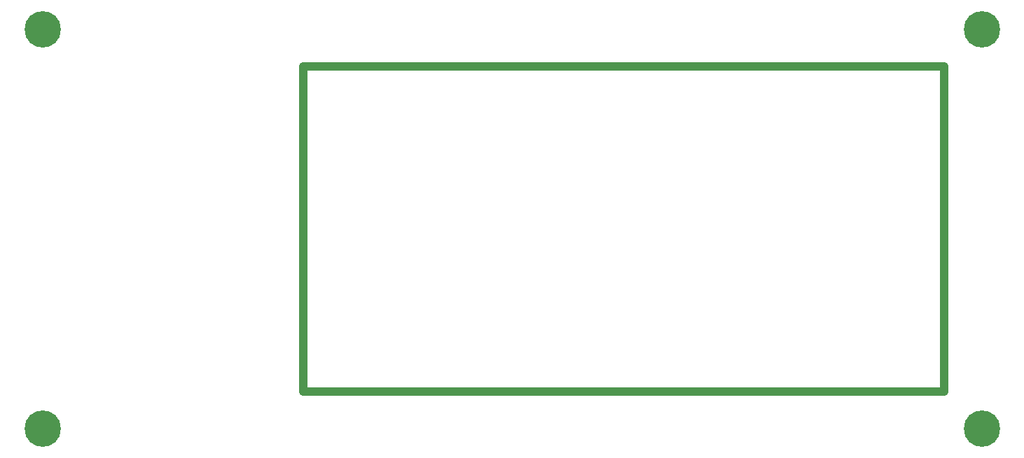
<source format=gts>
G04 #@! TF.GenerationSoftware,KiCad,Pcbnew,(5.1.10-1-10_14)*
G04 #@! TF.CreationDate,2021-08-02T22:04:10+08:00*
G04 #@! TF.ProjectId,SMP top plate v.2 ,534d5020-746f-4702-9070-6c6174652076,rev?*
G04 #@! TF.SameCoordinates,Original*
G04 #@! TF.FileFunction,Soldermask,Top*
G04 #@! TF.FilePolarity,Negative*
%FSLAX46Y46*%
G04 Gerber Fmt 4.6, Leading zero omitted, Abs format (unit mm)*
G04 Created by KiCad (PCBNEW (5.1.10-1-10_14)) date 2021-08-02 22:04:10*
%MOMM*%
%LPD*%
G01*
G04 APERTURE LIST*
%ADD10C,1.000000*%
%ADD11C,4.400000*%
G04 APERTURE END LIST*
D10*
X184505600Y-80899000D02*
X107010200Y-80899000D01*
X184505600Y-120269000D02*
X184505600Y-80899000D01*
X107010200Y-120269000D02*
X184505600Y-120269000D01*
X107010200Y-120269000D02*
X107010200Y-80899000D01*
D11*
X189052200Y-124764800D03*
X75539600Y-124764800D03*
X189052200Y-76352400D03*
X75539600Y-76352400D03*
M02*

</source>
